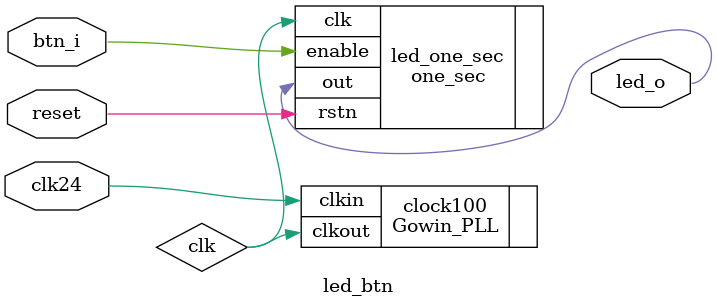
<source format=v>
module led_btn(
    input clk24,
    input reset,
    input btn_i,
    output led_o
);

wire clk;
Gowin_PLL clock100(
    .clkout(clk), //output clkout
    .clkin(clk24) //input clkin
);

one_sec #(.VALUE(100000000)) led_one_sec (
		.clk(clk), 
		.rstn(reset), 
    	.enable(btn_i), 
        .out(led_o)
	);

endmodule
</source>
